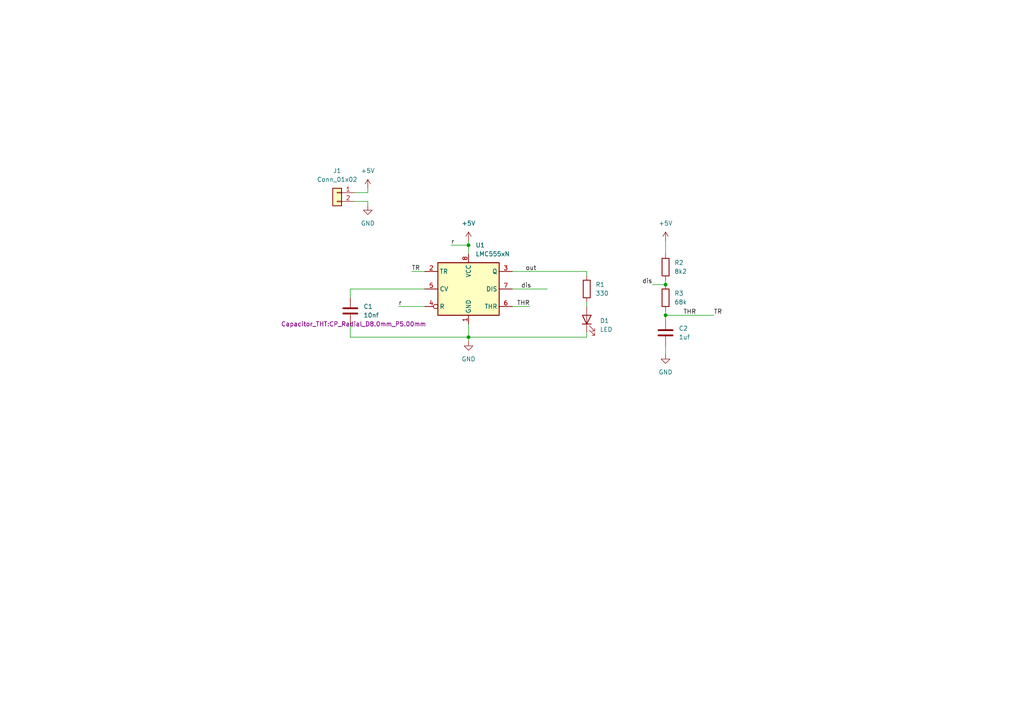
<source format=kicad_sch>
(kicad_sch (version 20211123) (generator eeschema)
  (paper "A4")
  (lib_symbols
    (symbol "Connector_Generic:Conn_01x02" (pin_names (offset 1.016) hide)
      (property "Reference" "J" (at 0 2.54 0))
      (property "Value" "Conn_01x02" (at 0 -5.08 0))
      (symbol "Conn_01x02_1_1"
        (rectangle (start -1.27 -2.413) (end 0 -2.667) (stroke (width 0.1524)))
        (rectangle (start -1.27 0.127) (end 0 -0.127) (stroke (width 0.1524)))
        (rectangle (start -1.27 1.27) (end 1.27 -3.81) (stroke (width 0.254)) (fill (type background)))
        (pin passive line (at -5.08 0 0) (length 3.81) (name "Pin_1") (number "1"))
        (pin passive line (at -5.08 -2.54 0) (length 3.81) (name "Pin_2") (number "2"))
      )
    )
    (symbol "Device:C" (pin_numbers hide) (pin_names (offset 0.254))
      (property "Reference" "C" (at 0.635 2.54 0))
      (property "Value" "C" (at 0.635 -2.54 0))
      (symbol "C_0_1"
        (polyline (pts (xy -2.032 -0.762) (xy 2.032 -0.762)) (stroke (width 0.508)))
        (polyline (pts (xy -2.032 0.762) (xy 2.032 0.762)) (stroke (width 0.508)))
      )
      (symbol "C_1_1"
        (pin passive line (at 0 3.81 270) (length 2.794) (name "~") (number "1"))
        (pin passive line (at 0 -3.81 90) (length 2.794) (name "~") (number "2"))
      )
    )
    (symbol "Device:LED" (pin_numbers hide) (pin_names (offset 1.016) hide)
      (property "Reference" "D" (at 0 2.54 0))
      (property "Value" "LED" (at 0 -2.54 0))
      (symbol "LED_0_1"
        (polyline (pts (xy -1.27 -1.27) (xy -1.27 1.27)) (stroke (width 0.254)))
        (polyline (pts (xy -1.27 0) (xy 1.27 0)))
        (polyline (pts (xy 1.27 -1.27) (xy 1.27 1.27) (xy -1.27 0) (xy 1.27 -1.27)) (stroke (width 0.254)))
        (polyline (pts (xy -3.048 -0.762) (xy -4.572 -2.286) (xy -3.81 -2.286) (xy -4.572 -2.286) (xy -4.572 -1.524)))
        (polyline (pts (xy -1.778 -0.762) (xy -3.302 -2.286) (xy -2.54 -2.286) (xy -3.302 -2.286) (xy -3.302 -1.524)))
      )
      (symbol "LED_1_1"
        (pin passive line (at -3.81 0 0) (length 2.54) (name "K") (number "1"))
        (pin passive line (at 3.81 0 180) (length 2.54) (name "A") (number "2"))
      )
    )
    (symbol "Device:R" (pin_numbers hide) (pin_names (offset 0))
      (property "Reference" "R" (at 2.032 0 90))
      (property "Value" "R" (at 0 0 90))
      (symbol "R_0_1"
        (rectangle (start -1.016 -2.54) (end 1.016 2.54) (stroke (width 0.254)))
      )
      (symbol "R_1_1"
        (pin passive line (at 0 3.81 270) (length 1.27) (name "~") (number "1"))
        (pin passive line (at 0 -3.81 90) (length 1.27) (name "~") (number "2"))
      )
    )
    (symbol "Timer:LMC555xN"
      (property "Reference" "U" (at -10.16 8.89 0))
      (property "Value" "LMC555xN" (at 2.54 8.89 0))
      (symbol "LMC555xN_0_0"
        (pin power_in line (at 0 -10.16 90) (length 2.54) (name "GND") (number "1"))
        (pin power_in line (at 0 10.16 270) (length 2.54) (name "VCC") (number "8"))
      )
      (symbol "LMC555xN_0_1"
        (rectangle (start -8.89 -7.62) (end 8.89 7.62) (stroke (width 0.254)) (fill (type background)))
        (rectangle (start -8.89 -7.62) (end 8.89 7.62) (stroke (width 0.254)) (fill (type background)))
      )
      (symbol "LMC555xN_1_1"
        (pin input line (at -12.7 5.08 0) (length 3.81) (name "TR") (number "2"))
        (pin output line (at 12.7 5.08 180) (length 3.81) (name "Q") (number "3"))
        (pin input inverted (at -12.7 -5.08 0) (length 3.81) (name "R") (number "4"))
        (pin input line (at -12.7 0 0) (length 3.81) (name "CV") (number "5"))
        (pin input line (at 12.7 -5.08 180) (length 3.81) (name "THR") (number "6"))
        (pin input line (at 12.7 0 180) (length 3.81) (name "DIS") (number "7"))
      )
    )
    (symbol "power:+5V" (power) (pin_names (offset 0))
      (property "Value" "+5V" (at 0 3.556 0))
      (symbol "+5V_0_1"
        (polyline (pts (xy -0.762 1.27) (xy 0 2.54)))
        (polyline (pts (xy 0 0) (xy 0 2.54)))
        (polyline (pts (xy 0 2.54) (xy 0.762 1.27)))
      )
      (symbol "+5V_1_1"
        (pin power_in line (at 0 0 90) (length 0) hide (name "+5V") (number "1"))
      )
    )
    (symbol "power:GND" (power) (pin_names (offset 0))
      (property "Value" "GND" (at 0 -3.81 0))
      (symbol "GND_0_1"
        (polyline (pts (xy 0 0) (xy 0 -1.27) (xy 1.27 -1.27) (xy 0 -2.54) (xy -1.27 -1.27) (xy 0 -1.27)))
      )
      (symbol "GND_1_1"
        (pin power_in line (at 0 0 270) (length 0) hide (name "GND") (number "1"))
      )
    )
  )
  (junction (at 193.04 82.55))
  (junction (at 135.89 71.12))
  (junction (at 135.89 97.79))
  (junction (at 193.04 91.44))
  (wire (pts (xy 148.59 88.9) (xy 153.67 88.9)))
  (wire (pts (xy 193.04 100.33) (xy 193.04 102.87)))
  (wire (pts (xy 123.19 88.9) (xy 115.57 88.9)))
  (wire (pts (xy 170.18 87.63) (xy 170.18 88.9)))
  (wire (pts (xy 135.89 99.06) (xy 135.89 97.79)))
  (wire (pts (xy 148.59 83.82) (xy 158.75 83.82)))
  (wire (pts (xy 193.04 91.44) (xy 193.04 92.71)))
  (wire (pts (xy 170.18 78.74) (xy 170.18 80.01)))
  (wire (pts (xy 193.04 81.28) (xy 193.04 82.55)))
  (wire (pts (xy 106.68 58.42) (xy 106.68 59.69)))
  (wire (pts (xy 123.19 78.74) (xy 119.38 78.74)))
  (wire (pts (xy 170.18 97.79) (xy 170.18 96.52)))
  (wire (pts (xy 101.6 93.98) (xy 101.6 97.79)))
  (wire (pts (xy 130.81 71.12) (xy 135.89 71.12)))
  (wire (pts (xy 193.04 69.85) (xy 193.04 73.66)))
  (wire (pts (xy 135.89 69.85) (xy 135.89 71.12)))
  (wire (pts (xy 193.04 90.17) (xy 193.04 91.44)))
  (wire (pts (xy 193.04 91.44) (xy 207.01 91.44)))
  (wire (pts (xy 135.89 97.79) (xy 170.18 97.79)))
  (wire (pts (xy 101.6 83.82) (xy 123.19 83.82)))
  (wire (pts (xy 102.87 58.42) (xy 106.68 58.42)))
  (wire (pts (xy 135.89 93.98) (xy 135.89 97.79)))
  (wire (pts (xy 101.6 86.36) (xy 101.6 83.82)))
  (wire (pts (xy 102.87 55.88) (xy 106.68 55.88)))
  (wire (pts (xy 101.6 97.79) (xy 135.89 97.79)))
  (wire (pts (xy 135.89 71.12) (xy 135.89 73.66)))
  (wire (pts (xy 148.59 78.74) (xy 170.18 78.74)))
  (wire (pts (xy 106.68 55.88) (xy 106.68 54.61)))
  (wire (pts (xy 189.23 82.55) (xy 193.04 82.55)))
  (label "dis" (at 189.23 82.55 180))
  (label "r" (at 130.81 71.12 0))
  (label "TR" (at 119.38 78.74 0))
  (label "THR" (at 153.67 88.9 180))
  (label "out" (at 152.4 78.74 0))
  (label "r" (at 115.57 88.9 0))
  (label "dis" (at 151.13 83.82 0))
  (label "TR" (at 207.01 91.44 0))
  (label "THR" (at 201.93 91.44 180))
  (symbol (lib_id "Timer:LMC555xN") (at 135.89 83.82 0) (unit 1)
    (property "Reference" "U1" (at 137.9094 71.12 0) (effects (justify left)))
    (property "Value" "LMC555xN" (at 137.9094 73.66 0) (effects (justify left)))
    (property "Footprint" "Package_DIP:DIP-8_W7.62mm" (effects hide))
    (property "Datasheet" "http://www.ti.com/lit/ds/symlink/lmc555.pdf" (effects hide))
  )
  (symbol (lib_id "Connector_Generic:Conn_01x02") (at 97.79 55.88 0) (mirror y) (unit 1)
    (property "Reference" "J1" (at 97.79 49.53 0))
    (property "Value" "Conn_01x02" (at 97.79 52.07 0))
    (property "Footprint" "Connector_PinHeader_2.54mm:PinHeader_1x02_P2.54mm_Vertical" (effects hide))
  )
  (symbol (lib_id "Device:C") (at 193.04 96.52 0) (unit 1)
    (property "Reference" "C2" (at 196.85 95.2499 0) (effects (justify left)))
    (property "Value" "1uf" (at 196.85 97.7899 0) (effects (justify left)))
    (property "Footprint" "Capacitor_THT:CP_Radial_D8.0mm_P5.00mm" (effects hide))
  )
  (symbol (lib_id "power:GND") (at 193.04 102.87 0) (unit 1)
    (property "Reference" "#PWR0103" (effects hide))
    (property "Value" "GND" (at 193.04 107.95 0))
  )
  (symbol (lib_id "power:GND") (at 135.89 99.06 0) (unit 1)
    (property "Reference" "#PWR0101" (effects hide))
    (property "Value" "GND" (at 135.89 104.14 0))
  )
  (symbol (lib_id "Device:R") (at 193.04 77.47 0) (unit 1)
    (property "Reference" "R2" (at 195.58 76.1999 0) (effects (justify left)))
    (property "Value" "8k2" (at 195.58 78.7399 0) (effects (justify left)))
    (property "Footprint" "Resistor_THT:R_Axial_DIN0309_L9.0mm_D3.2mm_P12.70mm_Horizontal" (effects hide))
  )
  (symbol (lib_id "Device:R") (at 170.18 83.82 0) (unit 1)
    (property "Reference" "R1" (at 172.72 82.5499 0) (effects (justify left)))
    (property "Value" "330" (at 172.72 85.0899 0) (effects (justify left)))
    (property "Footprint" "Resistor_THT:R_Axial_DIN0309_L9.0mm_D3.2mm_P12.70mm_Horizontal" (effects hide))
  )
  (symbol (lib_id "Device:LED") (at 170.18 92.71 90) (unit 1)
    (property "Reference" "D1" (at 173.99 93.0274 90) (effects (justify right)))
    (property "Value" "LED" (at 173.99 95.5674 90) (effects (justify right)))
    (property "Footprint" "LED_THT:LED_D3.0mm" (effects hide))
  )
  (symbol (lib_id "power:+5V") (at 193.04 69.85 0) (unit 1)
    (property "Reference" "#PWR0102" (effects hide))
    (property "Value" "+5V" (at 193.04 64.77 0))
  )
  (symbol (lib_id "power:+5V") (at 135.89 69.85 0) (unit 1)
    (property "Reference" "#PWR0106" (effects hide))
    (property "Value" "+5V" (at 135.89 64.77 0))
  )
  (symbol (lib_id "Device:C") (at 101.6 90.17 0) (unit 1)
    (property "Reference" "C1" (at 105.41 88.8999 0) (effects (justify left)))
    (property "Value" "10nf" (at 105.41 91.4399 0) (effects (justify left)))
    (property "Footprint" "Capacitor_THT:CP_Radial_D8.0mm_P5.00mm" (at 102.5652 93.98 0))
  )
  (symbol (lib_id "Device:R") (at 193.04 86.36 0) (unit 1)
    (property "Reference" "R3" (at 195.58 85.0899 0) (effects (justify left)))
    (property "Value" "68k" (at 195.58 87.6299 0) (effects (justify left)))
    (property "Footprint" "Resistor_THT:R_Axial_DIN0309_L9.0mm_D3.2mm_P12.70mm_Horizontal" (effects hide))
  )
  (symbol (lib_id "power:GND") (at 106.68 59.69 0) (unit 1)
    (property "Reference" "#PWR0104" (effects hide))
    (property "Value" "GND" (at 106.68 64.77 0))
  )
  (symbol (lib_id "power:+5V") (at 106.68 54.61 0) (unit 1)
    (property "Reference" "#PWR0105" (effects hide))
    (property "Value" "+5V" (at 106.68 49.53 0))
  )
)
</source>
